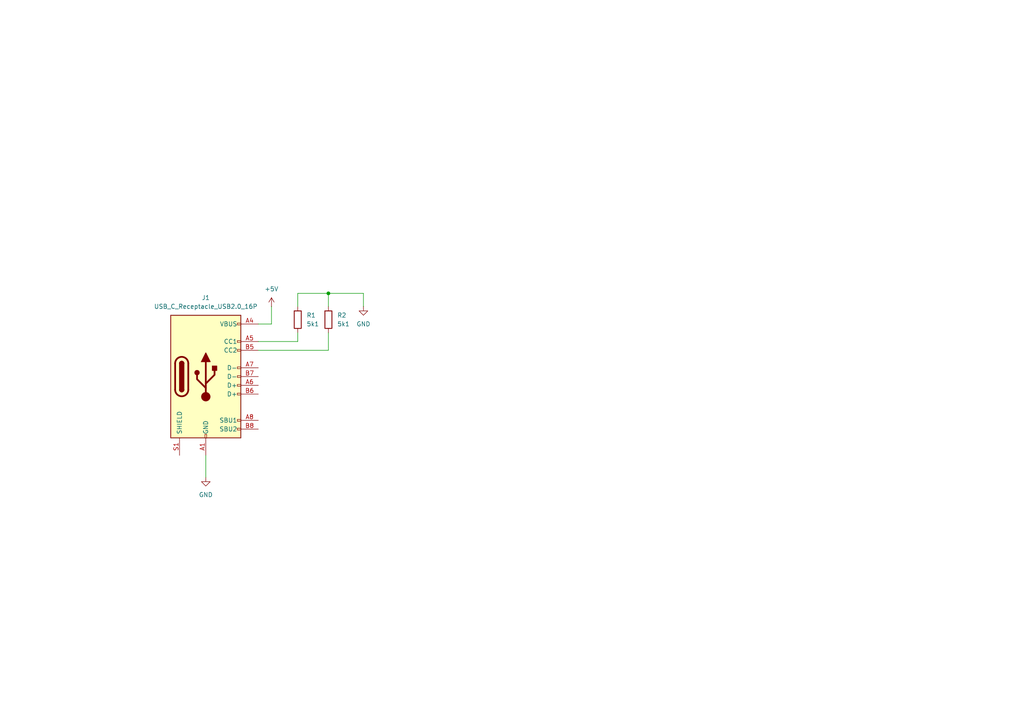
<source format=kicad_sch>
(kicad_sch (version 20231120) (generator "eeschema") (generator_version "8.0")
  (paper "A4")
  (lib_symbols
    (symbol "Connector:USB_C_Receptacle_USB2.0_16P" (pin_names (offset 1.016))
      (property "Reference" "J" (at 0 22.225 0))
      (property "Value" "USB_C_Receptacle_USB2.0_16P" (at 0 19.685 0))
      (symbol "USB_C_Receptacle_USB2.0_16P_0_0"
        (rectangle (start -0.254 -17.78) (end 0.254 -16.764))
        (rectangle (start 10.16 -14.986) (end 9.144 -15.494))
        (rectangle (start 10.16 -12.446) (end 9.144 -12.954))
        (rectangle (start 10.16 -4.826) (end 9.144 -5.334))
        (rectangle (start 10.16 -2.286) (end 9.144 -2.794))
        (rectangle (start 10.16 0.254) (end 9.144 -0.254))
        (rectangle (start 10.16 2.794) (end 9.144 2.286))
        (rectangle (start 10.16 7.874) (end 9.144 7.366))
        (rectangle (start 10.16 10.414) (end 9.144 9.906))
        (rectangle (start 10.16 15.494) (end 9.144 14.986))
      )
      (symbol "USB_C_Receptacle_USB2.0_16P_0_1"
        (rectangle (start -10.16 17.78) (end 10.16 -17.78) (stroke (width 0.254)) (fill (type background)))
        (arc (start -8.89 -3.81) (mid -6.985 -5.7067) (end -5.08 -3.81) (stroke (width 0.508)))
        (arc (start -7.62 -3.81) (mid -6.985 -4.4423) (end -6.35 -3.81) (stroke (width 0.254)))
        (arc (start -7.62 -3.81) (mid -6.985 -4.4423) (end -6.35 -3.81) (stroke (width 0.254)) (fill (type outline)))
        (rectangle (start -7.62 -3.81) (end -6.35 3.81) (stroke (width 0.254)) (fill (type outline)))
        (arc (start -6.35 3.81) (mid -6.985 4.4423) (end -7.62 3.81) (stroke (width 0.254)))
        (arc (start -6.35 3.81) (mid -6.985 4.4423) (end -7.62 3.81) (stroke (width 0.254)) (fill (type outline)))
        (arc (start -5.08 3.81) (mid -6.985 5.7067) (end -8.89 3.81) (stroke (width 0.508)))
        (circle (center -2.54 1.143) (radius 0.635) (stroke (width 0.254)) (fill (type outline)))
        (circle (center 0 -5.842) (radius 1.27) (fill (type outline)))
        (polyline (pts (xy -8.89 -3.81) (xy -8.89 3.81)) (stroke (width 0.508)))
        (polyline (pts (xy -5.08 3.81) (xy -5.08 -3.81)) (stroke (width 0.508)))
        (polyline (pts (xy 0 -5.842) (xy 0 4.318)) (stroke (width 0.508)))
        (polyline (pts (xy 0 -3.302) (xy -2.54 -0.762) (xy -2.54 0.508)) (stroke (width 0.508)))
        (polyline (pts (xy 0 -2.032) (xy 2.54 0.508) (xy 2.54 1.778)) (stroke (width 0.508)))
        (polyline (pts (xy -1.27 4.318) (xy 0 6.858) (xy 1.27 4.318) (xy -1.27 4.318)) (stroke (width 0.254)) (fill (type outline)))
        (rectangle (start 1.905 1.778) (end 3.175 3.048) (stroke (width 0.254)) (fill (type outline)))
      )
      (symbol "USB_C_Receptacle_USB2.0_16P_1_1"
        (pin passive line (at 0 -22.86 90) (length 5.08) (name "GND") (number "A1"))
        (pin passive line (at 0 -22.86 90) (length 5.08) hide (name "GND") (number "A12"))
        (pin passive line (at 15.24 15.24 180) (length 5.08) (name "VBUS") (number "A4"))
        (pin bidirectional line (at 15.24 10.16 180) (length 5.08) (name "CC1") (number "A5"))
        (pin bidirectional line (at 15.24 -2.54 180) (length 5.08) (name "D+") (number "A6"))
        (pin bidirectional line (at 15.24 2.54 180) (length 5.08) (name "D-") (number "A7"))
        (pin bidirectional line (at 15.24 -12.7 180) (length 5.08) (name "SBU1") (number "A8"))
        (pin passive line (at 15.24 15.24 180) (length 5.08) hide (name "VBUS") (number "A9"))
        (pin passive line (at 0 -22.86 90) (length 5.08) hide (name "GND") (number "B1"))
        (pin passive line (at 0 -22.86 90) (length 5.08) hide (name "GND") (number "B12"))
        (pin passive line (at 15.24 15.24 180) (length 5.08) hide (name "VBUS") (number "B4"))
        (pin bidirectional line (at 15.24 7.62 180) (length 5.08) (name "CC2") (number "B5"))
        (pin bidirectional line (at 15.24 -5.08 180) (length 5.08) (name "D+") (number "B6"))
        (pin bidirectional line (at 15.24 0 180) (length 5.08) (name "D-") (number "B7"))
        (pin bidirectional line (at 15.24 -15.24 180) (length 5.08) (name "SBU2") (number "B8"))
        (pin passive line (at 15.24 15.24 180) (length 5.08) hide (name "VBUS") (number "B9"))
        (pin passive line (at -7.62 -22.86 90) (length 5.08) (name "SHIELD") (number "S1"))
      )
    )
    (symbol "Device:R" (pin_numbers hide) (pin_names (offset 0))
      (property "Reference" "R" (at 2.032 0 90))
      (property "Value" "R" (at 0 0 90))
      (symbol "R_0_1"
        (rectangle (start -1.016 -2.54) (end 1.016 2.54) (stroke (width 0.254)))
      )
      (symbol "R_1_1"
        (pin passive line (at 0 3.81 270) (length 1.27) (name "~") (number "1"))
        (pin passive line (at 0 -3.81 90) (length 1.27) (name "~") (number "2"))
      )
    )
    (symbol "power:+5V" (power) (pin_numbers hide) (pin_names (offset 0) hide)
      (property "Value" "+5V" (at 0 3.556 0))
      (symbol "+5V_0_1"
        (polyline (pts (xy -0.762 1.27) (xy 0 2.54)))
        (polyline (pts (xy 0 0) (xy 0 2.54)))
        (polyline (pts (xy 0 2.54) (xy 0.762 1.27)))
      )
      (symbol "+5V_1_1"
        (pin power_in line (at 0 0 90) (length 0) (name "~") (number "1"))
      )
    )
    (symbol "power:GND" (power) (pin_numbers hide) (pin_names (offset 0) hide)
      (property "Value" "GND" (at 0 -3.81 0))
      (symbol "GND_0_1"
        (polyline (pts (xy 0 0) (xy 0 -1.27) (xy 1.27 -1.27) (xy 0 -2.54) (xy -1.27 -1.27) (xy 0 -1.27)))
      )
      (symbol "GND_1_1"
        (pin power_in line (at 0 0 270) (length 0) (name "~") (number "1"))
      )
    )
  )
  (junction (at 95.25 85.09))
  (wire (pts (xy 86.36 85.09) (xy 86.36 88.9)))
  (wire (pts (xy 95.25 96.52) (xy 95.25 101.6)))
  (wire (pts (xy 78.74 93.98) (xy 74.93 93.98)))
  (wire (pts (xy 59.69 132.08) (xy 59.69 138.43)))
  (wire (pts (xy 74.93 99.06) (xy 86.36 99.06)))
  (wire (pts (xy 95.25 85.09) (xy 86.36 85.09)))
  (wire (pts (xy 95.25 101.6) (xy 74.93 101.6)))
  (wire (pts (xy 86.36 99.06) (xy 86.36 96.52)))
  (wire (pts (xy 105.41 88.9) (xy 105.41 85.09)))
  (wire (pts (xy 105.41 85.09) (xy 95.25 85.09)))
  (wire (pts (xy 78.74 88.9) (xy 78.74 93.98)))
  (wire (pts (xy 95.25 85.09) (xy 95.25 88.9)))
  (symbol (lib_id "power:+5V") (at 78.74 88.9 0) (unit 1)
    (property "Reference" "#PWR03" (effects (hide yes)))
    (property "Value" "+5V" (at 78.74 83.82 0))
    (property "Description" "Power symbol creates a global label with name \"+5V\"" (effects (hide yes)))
  )
  (symbol (lib_id "Device:R") (at 86.36 92.71 180) (unit 1)
    (property "Reference" "R1" (at 88.9 91.4399 0) (effects (justify right)))
    (property "Value" "5k1" (at 88.9 93.9799 0) (effects (justify right)))
    (property "Footprint" "Resistor_SMD:R_0805_2012Metric_Pad1.20x1.40mm_HandSolder" (effects (hide yes)))
    (property "Description" "Resistor" (effects (hide yes)))
  )
  (symbol (lib_id "Device:R") (at 95.25 92.71 180) (unit 1)
    (property "Reference" "R2" (at 97.79 91.4399 0) (effects (justify right)))
    (property "Value" "5k1" (at 97.79 93.9799 0) (effects (justify right)))
    (property "Footprint" "Resistor_SMD:R_0805_2012Metric_Pad1.20x1.40mm_HandSolder" (effects (hide yes)))
    (property "Description" "Resistor" (effects (hide yes)))
  )
  (symbol (lib_id "power:GND") (at 59.69 138.43 0) (unit 1)
    (property "Reference" "#PWR01" (effects (hide yes)))
    (property "Value" "GND" (at 59.69 143.51 0))
    (property "Description" "Power symbol creates a global label with name \"GND\" , ground" (effects (hide yes)))
  )
  (symbol (lib_id "power:GND") (at 105.41 88.9 0) (unit 1)
    (property "Reference" "#PWR02" (effects (hide yes)))
    (property "Value" "GND" (at 105.41 93.98 0))
    (property "Description" "Power symbol creates a global label with name \"GND\" , ground" (effects (hide yes)))
  )
  (symbol (lib_id "Connector:USB_C_Receptacle_USB2.0_16P") (at 59.69 109.22 0) (unit 1)
    (property "Reference" "J1" (at 59.69 86.36 0))
    (property "Value" "USB_C_Receptacle_USB2.0_16P" (at 59.69 88.9 0))
    (property "Footprint" "local:USB_C_Receptacle_G-Switch_GT-USB-7010ASV_shortened" (effects (hide yes)))
    (property "Datasheet" "https://www.usb.org/sites/default/files/documents/usb_type-c.zip" (effects (hide yes)))
    (property "Description" "USB 2.0-only 16P Type-C Receptacle connector" (effects (hide yes)))
  )
)
</source>
